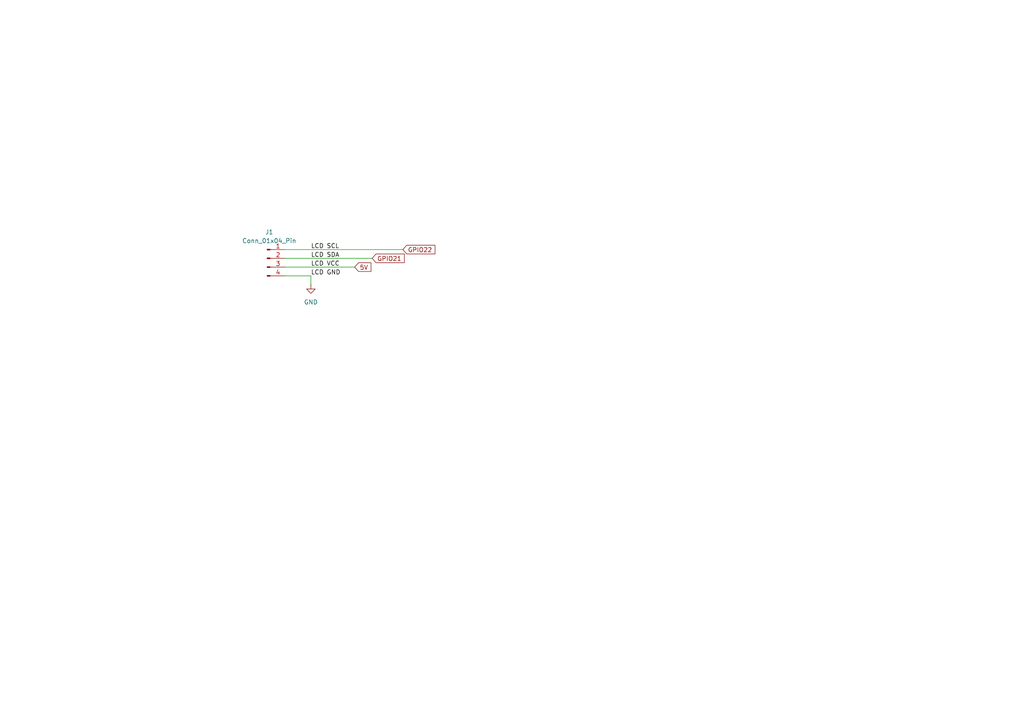
<source format=kicad_sch>
(kicad_sch
	(version 20231120)
	(generator "eeschema")
	(generator_version "8.0")
	(uuid "f80d3f3a-ce83-4741-884b-eabe9fb02e3e")
	(paper "A4")
	(lib_symbols
		(symbol "Connector:Conn_01x04_Pin"
			(pin_names
				(offset 1.016) hide)
			(exclude_from_sim no)
			(in_bom yes)
			(on_board yes)
			(property "Reference" "J"
				(at 0 5.08 0)
				(effects
					(font
						(size 1.27 1.27)
					)
				)
			)
			(property "Value" "Conn_01x04_Pin"
				(at 0 -7.62 0)
				(effects
					(font
						(size 1.27 1.27)
					)
				)
			)
			(property "Footprint" ""
				(at 0 0 0)
				(effects
					(font
						(size 1.27 1.27)
					)
					(hide yes)
				)
			)
			(property "Datasheet" "~"
				(at 0 0 0)
				(effects
					(font
						(size 1.27 1.27)
					)
					(hide yes)
				)
			)
			(property "Description" "Generic connector, single row, 01x04, script generated"
				(at 0 0 0)
				(effects
					(font
						(size 1.27 1.27)
					)
					(hide yes)
				)
			)
			(property "ki_locked" ""
				(at 0 0 0)
				(effects
					(font
						(size 1.27 1.27)
					)
				)
			)
			(property "ki_keywords" "connector"
				(at 0 0 0)
				(effects
					(font
						(size 1.27 1.27)
					)
					(hide yes)
				)
			)
			(property "ki_fp_filters" "Connector*:*_1x??_*"
				(at 0 0 0)
				(effects
					(font
						(size 1.27 1.27)
					)
					(hide yes)
				)
			)
			(symbol "Conn_01x04_Pin_1_1"
				(polyline
					(pts
						(xy 1.27 -5.08) (xy 0.8636 -5.08)
					)
					(stroke
						(width 0.1524)
						(type default)
					)
					(fill
						(type none)
					)
				)
				(polyline
					(pts
						(xy 1.27 -2.54) (xy 0.8636 -2.54)
					)
					(stroke
						(width 0.1524)
						(type default)
					)
					(fill
						(type none)
					)
				)
				(polyline
					(pts
						(xy 1.27 0) (xy 0.8636 0)
					)
					(stroke
						(width 0.1524)
						(type default)
					)
					(fill
						(type none)
					)
				)
				(polyline
					(pts
						(xy 1.27 2.54) (xy 0.8636 2.54)
					)
					(stroke
						(width 0.1524)
						(type default)
					)
					(fill
						(type none)
					)
				)
				(rectangle
					(start 0.8636 -4.953)
					(end 0 -5.207)
					(stroke
						(width 0.1524)
						(type default)
					)
					(fill
						(type outline)
					)
				)
				(rectangle
					(start 0.8636 -2.413)
					(end 0 -2.667)
					(stroke
						(width 0.1524)
						(type default)
					)
					(fill
						(type outline)
					)
				)
				(rectangle
					(start 0.8636 0.127)
					(end 0 -0.127)
					(stroke
						(width 0.1524)
						(type default)
					)
					(fill
						(type outline)
					)
				)
				(rectangle
					(start 0.8636 2.667)
					(end 0 2.413)
					(stroke
						(width 0.1524)
						(type default)
					)
					(fill
						(type outline)
					)
				)
				(pin passive line
					(at 5.08 2.54 180)
					(length 3.81)
					(name "Pin_1"
						(effects
							(font
								(size 1.27 1.27)
							)
						)
					)
					(number "1"
						(effects
							(font
								(size 1.27 1.27)
							)
						)
					)
				)
				(pin passive line
					(at 5.08 0 180)
					(length 3.81)
					(name "Pin_2"
						(effects
							(font
								(size 1.27 1.27)
							)
						)
					)
					(number "2"
						(effects
							(font
								(size 1.27 1.27)
							)
						)
					)
				)
				(pin passive line
					(at 5.08 -2.54 180)
					(length 3.81)
					(name "Pin_3"
						(effects
							(font
								(size 1.27 1.27)
							)
						)
					)
					(number "3"
						(effects
							(font
								(size 1.27 1.27)
							)
						)
					)
				)
				(pin passive line
					(at 5.08 -5.08 180)
					(length 3.81)
					(name "Pin_4"
						(effects
							(font
								(size 1.27 1.27)
							)
						)
					)
					(number "4"
						(effects
							(font
								(size 1.27 1.27)
							)
						)
					)
				)
			)
		)
		(symbol "power:GND"
			(power)
			(pin_numbers hide)
			(pin_names
				(offset 0) hide)
			(exclude_from_sim no)
			(in_bom yes)
			(on_board yes)
			(property "Reference" "#PWR"
				(at 0 -6.35 0)
				(effects
					(font
						(size 1.27 1.27)
					)
					(hide yes)
				)
			)
			(property "Value" "GND"
				(at 0 -3.81 0)
				(effects
					(font
						(size 1.27 1.27)
					)
				)
			)
			(property "Footprint" ""
				(at 0 0 0)
				(effects
					(font
						(size 1.27 1.27)
					)
					(hide yes)
				)
			)
			(property "Datasheet" ""
				(at 0 0 0)
				(effects
					(font
						(size 1.27 1.27)
					)
					(hide yes)
				)
			)
			(property "Description" "Power symbol creates a global label with name \"GND\" , ground"
				(at 0 0 0)
				(effects
					(font
						(size 1.27 1.27)
					)
					(hide yes)
				)
			)
			(property "ki_keywords" "global power"
				(at 0 0 0)
				(effects
					(font
						(size 1.27 1.27)
					)
					(hide yes)
				)
			)
			(symbol "GND_0_1"
				(polyline
					(pts
						(xy 0 0) (xy 0 -1.27) (xy 1.27 -1.27) (xy 0 -2.54) (xy -1.27 -1.27) (xy 0 -1.27)
					)
					(stroke
						(width 0)
						(type default)
					)
					(fill
						(type none)
					)
				)
			)
			(symbol "GND_1_1"
				(pin power_in line
					(at 0 0 270)
					(length 0)
					(name "~"
						(effects
							(font
								(size 1.27 1.27)
							)
						)
					)
					(number "1"
						(effects
							(font
								(size 1.27 1.27)
							)
						)
					)
				)
			)
		)
	)
	(wire
		(pts
			(xy 82.55 74.93) (xy 107.95 74.93)
		)
		(stroke
			(width 0)
			(type default)
		)
		(uuid "7569b043-ecf4-44cb-bc90-339c36369cdb")
	)
	(wire
		(pts
			(xy 82.55 80.01) (xy 90.17 80.01)
		)
		(stroke
			(width 0)
			(type default)
		)
		(uuid "7efecd26-20b9-4add-8a80-25ae119804dd")
	)
	(wire
		(pts
			(xy 82.55 72.39) (xy 116.84 72.39)
		)
		(stroke
			(width 0)
			(type default)
		)
		(uuid "db9de30e-0bc0-46e1-a3f0-20cd5fcfeae1")
	)
	(wire
		(pts
			(xy 90.17 82.55) (xy 90.17 80.01)
		)
		(stroke
			(width 0)
			(type default)
		)
		(uuid "e93513ca-5e79-49fa-949e-43fc41cbc624")
	)
	(wire
		(pts
			(xy 82.55 77.47) (xy 102.87 77.47)
		)
		(stroke
			(width 0)
			(type default)
		)
		(uuid "fab29fa1-7021-4287-9d2b-ad877a831065")
	)
	(label "LCD GND"
		(at 90.17 80.01 0)
		(fields_autoplaced yes)
		(effects
			(font
				(size 1.27 1.27)
			)
			(justify left bottom)
		)
		(uuid "0ee7284b-8584-4a97-82ca-3b9b340c9282")
	)
	(label "LCD SCL"
		(at 90.17 72.39 0)
		(fields_autoplaced yes)
		(effects
			(font
				(size 1.27 1.27)
			)
			(justify left bottom)
		)
		(uuid "487a9e9d-acb4-47c5-9b20-569c4db61615")
	)
	(label "LCD SDA"
		(at 90.17 74.93 0)
		(fields_autoplaced yes)
		(effects
			(font
				(size 1.27 1.27)
			)
			(justify left bottom)
		)
		(uuid "aea7c66b-bd49-44d6-8c3f-ac0c861482c2")
	)
	(label "LCD VCC"
		(at 90.17 77.47 0)
		(fields_autoplaced yes)
		(effects
			(font
				(size 1.27 1.27)
			)
			(justify left bottom)
		)
		(uuid "d8a9e62e-a1b3-4b53-bc08-9c25da844d64")
	)
	(global_label "GPIO22"
		(shape input)
		(at 116.84 72.39 0)
		(fields_autoplaced yes)
		(effects
			(font
				(size 1.27 1.27)
			)
			(justify left)
		)
		(uuid "5a6dfad3-cd29-4a78-8a7f-f7cf61c407fc")
		(property "Intersheetrefs" "${INTERSHEET_REFS}"
			(at 126.7195 72.39 0)
			(effects
				(font
					(size 1.27 1.27)
				)
				(justify left)
				(hide yes)
			)
		)
	)
	(global_label "GPIO21"
		(shape input)
		(at 107.95 74.93 0)
		(fields_autoplaced yes)
		(effects
			(font
				(size 1.27 1.27)
			)
			(justify left)
		)
		(uuid "6b58f066-c52a-4550-8d7c-66973f378342")
		(property "Intersheetrefs" "${INTERSHEET_REFS}"
			(at 117.8295 74.93 0)
			(effects
				(font
					(size 1.27 1.27)
				)
				(justify left)
				(hide yes)
			)
		)
	)
	(global_label "5V"
		(shape input)
		(at 102.87 77.47 0)
		(fields_autoplaced yes)
		(effects
			(font
				(size 1.27 1.27)
			)
			(justify left)
		)
		(uuid "e78c09fe-3746-4d08-92f6-53d1cba53aea")
		(property "Intersheetrefs" "${INTERSHEET_REFS}"
			(at 108.1533 77.47 0)
			(effects
				(font
					(size 1.27 1.27)
				)
				(justify left)
				(hide yes)
			)
		)
	)
	(symbol
		(lib_id "Connector:Conn_01x04_Pin")
		(at 77.47 74.93 0)
		(unit 1)
		(exclude_from_sim no)
		(in_bom yes)
		(on_board yes)
		(dnp no)
		(fields_autoplaced yes)
		(uuid "afc4f62b-697f-45c5-b795-241a26a65924")
		(property "Reference" "J1"
			(at 78.105 67.31 0)
			(effects
				(font
					(size 1.27 1.27)
				)
			)
		)
		(property "Value" "Conn_01x04_Pin"
			(at 78.105 69.85 0)
			(effects
				(font
					(size 1.27 1.27)
				)
			)
		)
		(property "Footprint" "Connector:NS-Tech_Grove_1x04_P2mm_Vertical"
			(at 77.47 74.93 0)
			(effects
				(font
					(size 1.27 1.27)
				)
				(hide yes)
			)
		)
		(property "Datasheet" "~"
			(at 77.47 74.93 0)
			(effects
				(font
					(size 1.27 1.27)
				)
				(hide yes)
			)
		)
		(property "Description" "Generic connector, single row, 01x04, script generated"
			(at 77.47 74.93 0)
			(effects
				(font
					(size 1.27 1.27)
				)
				(hide yes)
			)
		)
		(pin "4"
			(uuid "42c11a4d-c479-4d5e-967d-58a1096d5bda")
		)
		(pin "3"
			(uuid "b198282e-a589-4e09-834b-86f587d48754")
		)
		(pin "2"
			(uuid "ae172a8b-818d-4c6b-9b9f-b746a70f6ee5")
		)
		(pin "1"
			(uuid "0066b72d-e556-4f71-a99a-0f342cb13e86")
		)
		(instances
			(project ""
				(path "/e8eb11e1-6cec-414d-9150-5cfb3d1c103e/281e3246-fc88-46a4-86cc-922a96fe6df3"
					(reference "J1")
					(unit 1)
				)
			)
		)
	)
	(symbol
		(lib_id "power:GND")
		(at 90.17 82.55 0)
		(unit 1)
		(exclude_from_sim no)
		(in_bom yes)
		(on_board yes)
		(dnp no)
		(fields_autoplaced yes)
		(uuid "c930bdce-3a0f-4e4d-9e35-09c437871dfc")
		(property "Reference" "#PWR019"
			(at 90.17 88.9 0)
			(effects
				(font
					(size 1.27 1.27)
				)
				(hide yes)
			)
		)
		(property "Value" "GND"
			(at 90.17 87.63 0)
			(effects
				(font
					(size 1.27 1.27)
				)
			)
		)
		(property "Footprint" ""
			(at 90.17 82.55 0)
			(effects
				(font
					(size 1.27 1.27)
				)
				(hide yes)
			)
		)
		(property "Datasheet" ""
			(at 90.17 82.55 0)
			(effects
				(font
					(size 1.27 1.27)
				)
				(hide yes)
			)
		)
		(property "Description" "Power symbol creates a global label with name \"GND\" , ground"
			(at 90.17 82.55 0)
			(effects
				(font
					(size 1.27 1.27)
				)
				(hide yes)
			)
		)
		(pin "1"
			(uuid "20efd4af-507f-4d30-a757-989f88adec98")
		)
		(instances
			(project ""
				(path "/e8eb11e1-6cec-414d-9150-5cfb3d1c103e/281e3246-fc88-46a4-86cc-922a96fe6df3"
					(reference "#PWR019")
					(unit 1)
				)
			)
		)
	)
)

</source>
